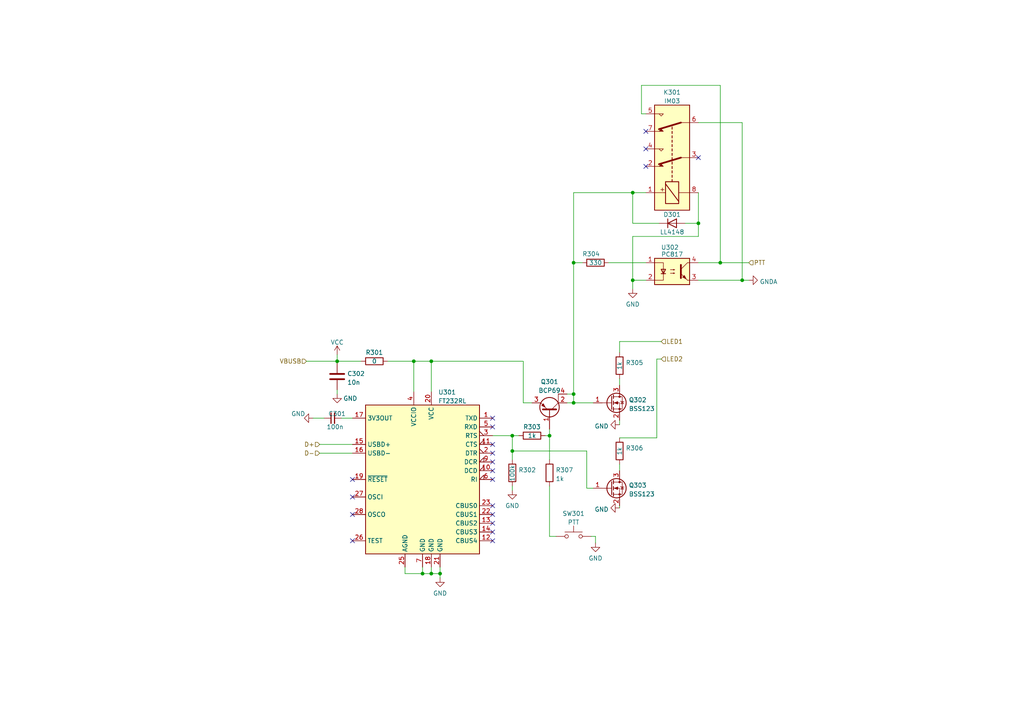
<source format=kicad_sch>
(kicad_sch (version 20211123) (generator eeschema)
  (paper "A4")
  (lib_symbols
    (symbol "Device:C" (pin_numbers hide) (pin_names (offset 0.254))
      (property "Reference" "C" (at 0.635 2.54 0))
      (property "Value" "C" (at 0.635 -2.54 0))
      (symbol "C_0_1"
        (polyline (pts (xy -2.032 -0.762) (xy 2.032 -0.762)) (stroke (width 0.508)))
        (polyline (pts (xy -2.032 0.762) (xy 2.032 0.762)) (stroke (width 0.508)))
      )
      (symbol "C_1_1"
        (pin passive line (at 0 3.81 270) (length 2.794) (name "~") (number "1"))
        (pin passive line (at 0 -3.81 90) (length 2.794) (name "~") (number "2"))
      )
    )
    (symbol "Device:C_Small" (pin_numbers hide) (pin_names (offset 0.254) hide)
      (property "Reference" "C" (at 0.254 1.778 0))
      (property "Value" "C_Small" (at 0.254 -2.032 0))
      (symbol "C_Small_0_1"
        (polyline (pts (xy -1.524 -0.508) (xy 1.524 -0.508)) (stroke (width 0.3302)))
        (polyline (pts (xy -1.524 0.508) (xy 1.524 0.508)) (stroke (width 0.3048)))
      )
      (symbol "C_Small_1_1"
        (pin passive line (at 0 2.54 270) (length 2.032) (name "~") (number "1"))
        (pin passive line (at 0 -2.54 90) (length 2.032) (name "~") (number "2"))
      )
    )
    (symbol "Device:Q_PNP_BCEC" (pin_names (offset 0) hide)
      (property "Reference" "Q" (at 5.08 1.27 0))
      (property "Value" "Q_PNP_BCEC" (at 5.08 -1.27 0))
      (symbol "Q_PNP_BCEC_0_1"
        (polyline (pts (xy 0.635 0.635) (xy 2.54 2.54)))
        (polyline (pts (xy 5.08 2.54) (xy 2.54 2.54)))
        (polyline (pts (xy 0.635 -0.635) (xy 2.54 -2.54) (xy 2.54 -2.54)))
        (polyline (pts (xy 0.635 1.905) (xy 0.635 -1.905) (xy 0.635 -1.905)) (stroke (width 0.508)))
        (polyline (pts (xy 2.286 -1.778) (xy 1.778 -2.286) (xy 1.27 -1.27) (xy 2.286 -1.778) (xy 2.286 -1.778)) (fill (type outline)))
        (circle (center 1.27 0) (radius 2.8194) (stroke (width 0.254)))
      )
      (symbol "Q_PNP_BCEC_1_1"
        (pin input line (at -5.08 0 0) (length 5.715) (name "B") (number "1"))
        (pin passive line (at 2.54 5.08 270) (length 2.54) (name "C") (number "2"))
        (pin passive line (at 2.54 -5.08 90) (length 2.54) (name "E") (number "3"))
        (pin passive line (at 5.08 5.08 270) (length 2.54) (name "C") (number "4"))
      )
    )
    (symbol "Device:R" (pin_numbers hide) (pin_names (offset 0))
      (property "Reference" "R" (at 2.032 0 90))
      (property "Value" "R" (at 0 0 90))
      (symbol "R_0_1"
        (rectangle (start -1.016 -2.54) (end 1.016 2.54) (stroke (width 0.254)))
      )
      (symbol "R_1_1"
        (pin passive line (at 0 3.81 270) (length 1.27) (name "~") (number "1"))
        (pin passive line (at 0 -3.81 90) (length 1.27) (name "~") (number "2"))
      )
    )
    (symbol "Diode:LL4148" (pin_numbers hide) (pin_names hide)
      (property "Reference" "D" (at 0 2.54 0))
      (property "Value" "LL4148" (at 0 -2.54 0))
      (symbol "LL4148_0_1"
        (polyline (pts (xy -1.27 1.27) (xy -1.27 -1.27)) (stroke (width 0.254)))
        (polyline (pts (xy 1.27 0) (xy -1.27 0)))
        (polyline (pts (xy 1.27 1.27) (xy 1.27 -1.27) (xy -1.27 0) (xy 1.27 1.27)) (stroke (width 0.254)))
      )
      (symbol "LL4148_1_1"
        (pin passive line (at -3.81 0 0) (length 2.54) (name "K") (number "1"))
        (pin passive line (at 3.81 0 180) (length 2.54) (name "A") (number "2"))
      )
    )
    (symbol "Interface_USB:FT232RL"
      (property "Reference" "U" (at -16.51 22.86 0))
      (property "Value" "FT232RL" (at 10.16 22.86 0))
      (symbol "FT232RL_0_1"
        (rectangle (start -16.51 21.59) (end 16.51 -21.59) (stroke (width 0.254)) (fill (type background)))
      )
      (symbol "FT232RL_1_1"
        (pin output line (at 20.32 17.78 180) (length 3.81) (name "TXD") (number "1"))
        (pin input input_low (at 20.32 2.54 180) (length 3.81) (name "DCD") (number "10"))
        (pin input input_low (at 20.32 10.16 180) (length 3.81) (name "CTS") (number "11"))
        (pin bidirectional line (at 20.32 -17.78 180) (length 3.81) (name "CBUS4") (number "12"))
        (pin bidirectional line (at 20.32 -12.7 180) (length 3.81) (name "CBUS2") (number "13"))
        (pin bidirectional line (at 20.32 -15.24 180) (length 3.81) (name "CBUS3") (number "14"))
        (pin bidirectional line (at -20.32 10.16 0) (length 3.81) (name "USBD+") (number "15"))
        (pin bidirectional line (at -20.32 7.62 0) (length 3.81) (name "USBD-") (number "16"))
        (pin power_out line (at -20.32 17.78 0) (length 3.81) (name "3V3OUT") (number "17"))
        (pin power_in line (at 2.54 -25.4 90) (length 3.81) (name "GND") (number "18"))
        (pin input line (at -20.32 0 0) (length 3.81) (name "~{RESET}") (number "19"))
        (pin output output_low (at 20.32 7.62 180) (length 3.81) (name "DTR") (number "2"))
        (pin power_in line (at 2.54 25.4 270) (length 3.81) (name "VCC") (number "20"))
        (pin power_in line (at 5.08 -25.4 90) (length 3.81) (name "GND") (number "21"))
        (pin bidirectional line (at 20.32 -10.16 180) (length 3.81) (name "CBUS1") (number "22"))
        (pin bidirectional line (at 20.32 -7.62 180) (length 3.81) (name "CBUS0") (number "23"))
        (pin power_in line (at -5.08 -25.4 90) (length 3.81) (name "AGND") (number "25"))
        (pin input line (at -20.32 -17.78 0) (length 3.81) (name "TEST") (number "26"))
        (pin input line (at -20.32 -5.08 0) (length 3.81) (name "OSCI") (number "27"))
        (pin output line (at -20.32 -10.16 0) (length 3.81) (name "OSCO") (number "28"))
        (pin output output_low (at 20.32 12.7 180) (length 3.81) (name "RTS") (number "3"))
        (pin power_in line (at -2.54 25.4 270) (length 3.81) (name "VCCIO") (number "4"))
        (pin input line (at 20.32 15.24 180) (length 3.81) (name "RXD") (number "5"))
        (pin input input_low (at 20.32 0 180) (length 3.81) (name "RI") (number "6"))
        (pin power_in line (at 0 -25.4 90) (length 3.81) (name "GND") (number "7"))
        (pin input input_low (at 20.32 5.08 180) (length 3.81) (name "DCR") (number "9"))
      )
    )
    (symbol "Isolator:PC817" (pin_names (offset 1.016))
      (property "Reference" "U" (at -5.08 5.08 0))
      (property "Value" "PC817" (at 0 5.08 0))
      (symbol "PC817_0_1"
        (rectangle (start -5.08 3.81) (end 5.08 -3.81) (stroke (width 0.254)) (fill (type background)))
        (polyline (pts (xy -3.175 -0.635) (xy -1.905 -0.635)) (stroke (width 0.254)))
        (polyline (pts (xy 2.54 0.635) (xy 4.445 2.54)))
        (polyline (pts (xy 4.445 -2.54) (xy 2.54 -0.635)) (fill (type outline)))
        (polyline (pts (xy 4.445 -2.54) (xy 5.08 -2.54)))
        (polyline (pts (xy 4.445 2.54) (xy 5.08 2.54)))
        (polyline (pts (xy -5.08 2.54) (xy -2.54 2.54) (xy -2.54 -0.635)))
        (polyline (pts (xy -2.54 -0.635) (xy -2.54 -2.54) (xy -5.08 -2.54)))
        (polyline (pts (xy 2.54 1.905) (xy 2.54 -1.905) (xy 2.54 -1.905)) (stroke (width 0.508)))
        (polyline (pts (xy -2.54 -0.635) (xy -3.175 0.635) (xy -1.905 0.635) (xy -2.54 -0.635)) (stroke (width 0.254)))
        (polyline (pts (xy -0.508 -0.508) (xy 0.762 -0.508) (xy 0.381 -0.635) (xy 0.381 -0.381) (xy 0.762 -0.508)))
        (polyline (pts (xy -0.508 0.508) (xy 0.762 0.508) (xy 0.381 0.381) (xy 0.381 0.635) (xy 0.762 0.508)))
        (polyline (pts (xy 3.048 -1.651) (xy 3.556 -1.143) (xy 4.064 -2.159) (xy 3.048 -1.651) (xy 3.048 -1.651)) (fill (type outline)))
      )
      (symbol "PC817_1_1"
        (pin passive line (at -7.62 2.54 0) (length 2.54) (name "~") (number "1"))
        (pin passive line (at -7.62 -2.54 0) (length 2.54) (name "~") (number "2"))
        (pin passive line (at 7.62 -2.54 180) (length 2.54) (name "~") (number "3"))
        (pin passive line (at 7.62 2.54 180) (length 2.54) (name "~") (number "4"))
      )
    )
    (symbol "Relay:IM03"
      (property "Reference" "K" (at 16.51 3.81 0))
      (property "Value" "IM03" (at 16.51 1.27 0))
      (symbol "IM03_0_0"
        (text "+" (at -9.271 2.921 0) (effects (font (size 1.27 1.27))))
      )
      (symbol "IM03_0_1"
        (rectangle (start -15.24 5.08) (end 15.24 -5.08) (stroke (width 0.254)) (fill (type background)))
        (rectangle (start -13.335 1.905) (end -6.985 -1.905) (stroke (width 0.254)))
        (polyline (pts (xy -12.7 -1.905) (xy -7.62 1.905)) (stroke (width 0.254)))
        (polyline (pts (xy -10.16 -5.08) (xy -10.16 -1.905)))
        (polyline (pts (xy -10.16 5.08) (xy -10.16 1.905)))
        (polyline (pts (xy -6.985 0) (xy -6.35 0)) (stroke (width 0.254)))
        (polyline (pts (xy -5.715 0) (xy -5.08 0)) (stroke (width 0.254)))
        (polyline (pts (xy -4.445 0) (xy -3.81 0)) (stroke (width 0.254)))
        (polyline (pts (xy -3.175 0) (xy -2.54 0)) (stroke (width 0.254)))
        (polyline (pts (xy -1.905 0) (xy -1.27 0)) (stroke (width 0.254)))
        (polyline (pts (xy -0.635 0) (xy 0 0)) (stroke (width 0.254)))
        (polyline (pts (xy 0 -2.54) (xy -1.905 3.81)) (stroke (width 0.508)))
        (polyline (pts (xy 0 -2.54) (xy 0 -5.08)))
        (polyline (pts (xy 0.635 0) (xy 1.27 0)) (stroke (width 0.254)))
        (polyline (pts (xy 1.905 0) (xy 2.54 0)) (stroke (width 0.254)))
        (polyline (pts (xy 3.175 0) (xy 3.81 0)) (stroke (width 0.254)))
        (polyline (pts (xy 4.445 0) (xy 5.08 0)) (stroke (width 0.254)))
        (polyline (pts (xy 5.715 0) (xy 6.35 0)) (stroke (width 0.254)))
        (polyline (pts (xy 6.985 0) (xy 7.62 0)) (stroke (width 0.254)))
        (polyline (pts (xy 8.255 0) (xy 8.89 0)) (stroke (width 0.254)))
        (polyline (pts (xy 10.16 -2.54) (xy 8.255 3.81)) (stroke (width 0.508)))
        (polyline (pts (xy 10.16 -2.54) (xy 10.16 -5.08)))
        (polyline (pts (xy -2.54 5.08) (xy -2.54 2.54) (xy -1.905 3.175) (xy -2.54 3.81)) (fill (type outline)))
        (polyline (pts (xy 2.54 5.08) (xy 2.54 2.54) (xy 1.905 3.175) (xy 2.54 3.81)))
        (polyline (pts (xy 7.62 5.08) (xy 7.62 2.54) (xy 8.255 3.175) (xy 7.62 3.81)) (fill (type outline)))
        (polyline (pts (xy 12.7 5.08) (xy 12.7 2.54) (xy 12.065 3.175) (xy 12.7 3.81)))
      )
      (symbol "IM03_1_1"
        (pin passive line (at -10.16 7.62 270) (length 2.54) (name "~") (number "1"))
        (pin passive line (at -2.54 7.62 270) (length 2.54) (name "~") (number "2"))
        (pin passive line (at 0 -7.62 90) (length 2.54) (name "~") (number "3"))
        (pin passive line (at 2.54 7.62 270) (length 2.54) (name "~") (number "4"))
        (pin passive line (at 12.7 7.62 270) (length 2.54) (name "~") (number "5"))
        (pin passive line (at 10.16 -7.62 90) (length 2.54) (name "~") (number "6"))
        (pin passive line (at 7.62 7.62 270) (length 2.54) (name "~") (number "7"))
        (pin passive line (at -10.16 -7.62 90) (length 2.54) (name "~") (number "8"))
      )
    )
    (symbol "Switch:SW_Push" (pin_numbers hide) (pin_names (offset 1.016) hide)
      (property "Reference" "SW" (at 1.27 2.54 0))
      (property "Value" "SW_Push" (at 0 -1.524 0))
      (symbol "SW_Push_0_1"
        (circle (center -2.032 0) (radius 0.508))
        (polyline (pts (xy 0 1.27) (xy 0 3.048)))
        (polyline (pts (xy 2.54 1.27) (xy -2.54 1.27)))
        (circle (center 2.032 0) (radius 0.508))
        (pin passive line (at -5.08 0 0) (length 2.54) (name "1") (number "1"))
        (pin passive line (at 5.08 0 180) (length 2.54) (name "2") (number "2"))
      )
    )
    (symbol "Transistor_FET:BSS123" (pin_names hide)
      (property "Reference" "Q" (at 5.08 1.905 0))
      (property "Value" "BSS123" (at 5.08 0 0))
      (symbol "BSS123_0_1"
        (polyline (pts (xy 0.254 0) (xy -2.54 0)))
        (polyline (pts (xy 0.254 1.905) (xy 0.254 -1.905)) (stroke (width 0.254)))
        (polyline (pts (xy 0.762 -1.27) (xy 0.762 -2.286)) (stroke (width 0.254)))
        (polyline (pts (xy 0.762 0.508) (xy 0.762 -0.508)) (stroke (width 0.254)))
        (polyline (pts (xy 0.762 2.286) (xy 0.762 1.27)) (stroke (width 0.254)))
        (polyline (pts (xy 2.54 2.54) (xy 2.54 1.778)))
        (polyline (pts (xy 2.54 -2.54) (xy 2.54 0) (xy 0.762 0)))
        (polyline (pts (xy 0.762 -1.778) (xy 3.302 -1.778) (xy 3.302 1.778) (xy 0.762 1.778)))
        (polyline (pts (xy 1.016 0) (xy 2.032 0.381) (xy 2.032 -0.381) (xy 1.016 0)) (fill (type outline)))
        (polyline (pts (xy 2.794 0.508) (xy 2.921 0.381) (xy 3.683 0.381) (xy 3.81 0.254)))
        (polyline (pts (xy 3.302 0.381) (xy 2.921 -0.254) (xy 3.683 -0.254) (xy 3.302 0.381)))
        (circle (center 1.651 0) (radius 2.794) (stroke (width 0.254)))
        (circle (center 2.54 -1.778) (radius 0.254) (fill (type outline)))
        (circle (center 2.54 1.778) (radius 0.254) (fill (type outline)))
      )
      (symbol "BSS123_1_1"
        (pin input line (at -5.08 0 0) (length 2.54) (name "G") (number "1"))
        (pin passive line (at 2.54 -5.08 90) (length 2.54) (name "S") (number "2"))
        (pin passive line (at 2.54 5.08 270) (length 2.54) (name "D") (number "3"))
      )
    )
    (symbol "power:GND" (power) (pin_names (offset 0))
      (property "Value" "GND" (at 0 -3.81 0))
      (symbol "GND_0_1"
        (polyline (pts (xy 0 0) (xy 0 -1.27) (xy 1.27 -1.27) (xy 0 -2.54) (xy -1.27 -1.27) (xy 0 -1.27)))
      )
      (symbol "GND_1_1"
        (pin power_in line (at 0 0 270) (length 0) hide (name "GND") (number "1"))
      )
    )
    (symbol "power:GNDA" (power) (pin_names (offset 0))
      (property "Value" "GNDA" (at 0 -3.81 0))
      (symbol "GNDA_0_1"
        (polyline (pts (xy 0 0) (xy 0 -1.27) (xy 1.27 -1.27) (xy 0 -2.54) (xy -1.27 -1.27) (xy 0 -1.27)))
      )
      (symbol "GNDA_1_1"
        (pin power_in line (at 0 0 270) (length 0) hide (name "GNDA") (number "1"))
      )
    )
    (symbol "power:VCC" (power) (pin_names (offset 0))
      (property "Value" "VCC" (at 0 3.81 0))
      (symbol "VCC_0_1"
        (polyline (pts (xy -0.762 1.27) (xy 0 2.54)))
        (polyline (pts (xy 0 0) (xy 0 2.54)))
        (polyline (pts (xy 0 2.54) (xy 0.762 1.27)))
      )
      (symbol "VCC_1_1"
        (pin power_in line (at 0 0 90) (length 0) hide (name "VCC") (number "1"))
      )
    )
  )
  (junction (at 122.555 166.37))
  (junction (at 166.37 116.84))
  (junction (at 166.37 76.2))
  (junction (at 159.385 126.365))
  (junction (at 127.635 166.37))
  (junction (at 148.59 130.81))
  (junction (at 125.095 166.37))
  (junction (at 208.915 76.2))
  (junction (at 202.565 64.77))
  (junction (at 125.095 104.775))
  (junction (at 120.015 104.775))
  (junction (at 183.515 55.88))
  (junction (at 166.37 114.3))
  (junction (at 183.515 81.28))
  (junction (at 148.59 126.365))
  (junction (at 215.265 81.28))
  (junction (at 97.79 104.775))
  (no_connect (at 142.875 146.685))
  (no_connect (at 142.875 128.905))
  (no_connect (at 187.325 43.18))
  (no_connect (at 142.875 139.065))
  (no_connect (at 187.325 48.26))
  (no_connect (at 102.235 144.145))
  (no_connect (at 202.565 45.72))
  (no_connect (at 142.875 151.765))
  (no_connect (at 142.875 156.845))
  (no_connect (at 142.875 131.445))
  (no_connect (at 187.325 38.1))
  (no_connect (at 102.235 156.845))
  (no_connect (at 142.875 121.285))
  (no_connect (at 102.235 149.225))
  (no_connect (at 142.875 136.525))
  (no_connect (at 142.875 123.825))
  (no_connect (at 142.875 133.985))
  (no_connect (at 142.875 154.305))
  (no_connect (at 102.235 139.065))
  (no_connect (at 142.875 149.225))
  (wire (pts (xy 125.095 104.775) (xy 125.095 113.665)))
  (wire (pts (xy 170.18 130.81) (xy 170.18 141.605)))
  (wire (pts (xy 172.72 155.575) (xy 172.72 157.48)))
  (wire (pts (xy 179.705 134.62) (xy 179.705 136.525)))
  (wire (pts (xy 117.475 164.465) (xy 117.475 166.37)))
  (wire (pts (xy 202.565 64.77) (xy 202.565 68.58)))
  (wire (pts (xy 122.555 164.465) (xy 122.555 166.37)))
  (wire (pts (xy 148.59 130.81) (xy 148.59 133.35)))
  (wire (pts (xy 183.515 64.77) (xy 183.515 55.88)))
  (wire (pts (xy 127.635 166.37) (xy 127.635 167.64)))
  (wire (pts (xy 97.79 104.775) (xy 104.775 104.775)))
  (wire (pts (xy 127.635 164.465) (xy 127.635 166.37)))
  (wire (pts (xy 179.705 121.92) (xy 179.705 123.19)))
  (wire (pts (xy 190.5 127) (xy 179.705 127)))
  (wire (pts (xy 202.565 55.88) (xy 202.565 64.77)))
  (wire (pts (xy 151.765 104.775) (xy 151.765 116.84)))
  (wire (pts (xy 166.37 76.2) (xy 166.37 114.3)))
  (wire (pts (xy 208.915 24.765) (xy 186.055 24.765)))
  (wire (pts (xy 179.705 99.06) (xy 179.705 102.235)))
  (wire (pts (xy 208.915 24.765) (xy 208.915 76.2)))
  (wire (pts (xy 183.515 55.88) (xy 187.325 55.88)))
  (wire (pts (xy 122.555 166.37) (xy 125.095 166.37)))
  (wire (pts (xy 97.79 113.03) (xy 97.79 114.3)))
  (wire (pts (xy 170.18 141.605) (xy 172.085 141.605)))
  (wire (pts (xy 92.71 131.445) (xy 102.235 131.445)))
  (wire (pts (xy 179.705 109.855) (xy 179.705 111.76)))
  (wire (pts (xy 190.5 104.14) (xy 190.5 127)))
  (wire (pts (xy 88.9 104.775) (xy 97.79 104.775)))
  (wire (pts (xy 151.765 116.84) (xy 154.305 116.84)))
  (wire (pts (xy 183.515 68.58) (xy 183.515 81.28)))
  (wire (pts (xy 166.37 55.88) (xy 166.37 76.2)))
  (wire (pts (xy 202.565 35.56) (xy 215.265 35.56)))
  (wire (pts (xy 120.015 104.775) (xy 125.095 104.775)))
  (wire (pts (xy 202.565 81.28) (xy 215.265 81.28)))
  (wire (pts (xy 186.055 33.02) (xy 187.325 33.02)))
  (wire (pts (xy 171.45 155.575) (xy 172.72 155.575)))
  (wire (pts (xy 159.385 155.575) (xy 161.29 155.575)))
  (wire (pts (xy 125.095 166.37) (xy 127.635 166.37)))
  (wire (pts (xy 112.395 104.775) (xy 120.015 104.775)))
  (wire (pts (xy 99.06 121.285) (xy 102.235 121.285)))
  (wire (pts (xy 215.265 81.28) (xy 217.17 81.28)))
  (wire (pts (xy 202.565 68.58) (xy 183.515 68.58)))
  (wire (pts (xy 191.77 99.06) (xy 179.705 99.06)))
  (wire (pts (xy 159.385 124.46) (xy 159.385 126.365)))
  (wire (pts (xy 183.515 81.28) (xy 183.515 83.82)))
  (wire (pts (xy 208.915 76.2) (xy 202.565 76.2)))
  (wire (pts (xy 159.385 126.365) (xy 159.385 133.35)))
  (wire (pts (xy 148.59 140.97) (xy 148.59 142.24)))
  (wire (pts (xy 186.055 24.765) (xy 186.055 33.02)))
  (wire (pts (xy 148.59 126.365) (xy 148.59 130.81)))
  (wire (pts (xy 90.805 121.285) (xy 93.98 121.285)))
  (wire (pts (xy 148.59 130.81) (xy 170.18 130.81)))
  (wire (pts (xy 125.095 164.465) (xy 125.095 166.37)))
  (wire (pts (xy 97.79 104.775) (xy 97.79 105.41)))
  (wire (pts (xy 176.53 76.2) (xy 187.325 76.2)))
  (wire (pts (xy 166.37 55.88) (xy 183.515 55.88)))
  (wire (pts (xy 150.495 126.365) (xy 148.59 126.365)))
  (wire (pts (xy 166.37 116.84) (xy 172.085 116.84)))
  (wire (pts (xy 164.465 114.3) (xy 166.37 114.3)))
  (wire (pts (xy 191.77 104.14) (xy 190.5 104.14)))
  (wire (pts (xy 198.755 64.77) (xy 202.565 64.77)))
  (wire (pts (xy 159.385 140.97) (xy 159.385 155.575)))
  (wire (pts (xy 120.015 104.775) (xy 120.015 113.665)))
  (wire (pts (xy 164.465 116.84) (xy 166.37 116.84)))
  (wire (pts (xy 142.875 126.365) (xy 148.59 126.365)))
  (wire (pts (xy 166.37 114.3) (xy 166.37 116.84)))
  (wire (pts (xy 92.71 128.905) (xy 102.235 128.905)))
  (wire (pts (xy 183.515 81.28) (xy 187.325 81.28)))
  (wire (pts (xy 191.135 64.77) (xy 183.515 64.77)))
  (wire (pts (xy 208.915 76.2) (xy 217.17 76.2)))
  (wire (pts (xy 215.265 35.56) (xy 215.265 81.28)))
  (wire (pts (xy 179.705 146.685) (xy 179.705 147.32)))
  (wire (pts (xy 97.79 102.87) (xy 97.79 104.775)))
  (wire (pts (xy 166.37 76.2) (xy 168.91 76.2)))
  (wire (pts (xy 159.385 126.365) (xy 158.115 126.365)))
  (wire (pts (xy 125.095 104.775) (xy 151.765 104.775)))
  (wire (pts (xy 117.475 166.37) (xy 122.555 166.37)))
  (hierarchical_label "PTT" (shape input) (at 217.17 76.2 0))
  (hierarchical_label "D-" (shape input) (at 92.71 131.445 180))
  (hierarchical_label "LED1" (shape input) (at 191.77 99.06 0))
  (hierarchical_label "LED2" (shape input) (at 191.77 104.14 0))
  (hierarchical_label "D+" (shape input) (at 92.71 128.905 180))
  (hierarchical_label "VBUSB" (shape input) (at 88.9 104.775 180))
  (symbol (lib_id "Relay:IM03") (at 194.945 45.72 90) (unit 1)
    (property "Reference" "K301" (at 194.945 26.7802 90))
    (property "Value" "IM03" (at 194.945 29.3171 90))
    (property "Footprint" "Relay_SMD:Relay_2P2T_10x6mm_TE_IMxxG" (effects hide))
    (property "Datasheet" "http://www.te.com/commerce/DocumentDelivery/DDEController?Action=srchrtrv&DocNm=108-98001&DocType=SS&DocLang=EN" (effects hide))
  )
  (symbol (lib_id "power:GND") (at 127.635 167.64 0) (unit 1)
    (property "Reference" "#PWR0304" (effects hide))
    (property "Value" "GND" (at 127.635 172.0834 0))
  )
  (symbol (lib_id "Device:C") (at 97.79 109.22 0) (unit 1)
    (property "Reference" "C302" (at 100.711 108.3853 0) (effects (justify left)))
    (property "Value" "10n" (at 100.711 110.9222 0) (effects (justify left)))
    (property "Footprint" "Capacitor_SMD:C_0603_1608Metric" (effects hide))
  )
  (symbol (lib_id "Transistor_FET:BSS123") (at 177.165 141.605 0) (unit 1)
    (property "Reference" "Q303" (at 182.372 140.7703 0) (effects (justify left)))
    (property "Value" "BSS123" (at 182.372 143.3072 0) (effects (justify left)))
    (property "Footprint" "Package_TO_SOT_SMD:SOT-23" (effects hide))
    (property "Datasheet" "http://www.diodes.com/assets/Datasheets/ds30366.pdf" (effects hide))
  )
  (symbol (lib_id "Device:R") (at 179.705 130.81 0) (unit 1)
    (property "Reference" "R306" (at 181.483 129.9753 0) (effects (justify left)))
    (property "Value" "1k" (at 179.705 132.08 90) (effects (justify left)))
    (property "Footprint" "Resistor_SMD:R_0603_1608Metric" (effects hide))
  )
  (symbol (lib_id "power:GND") (at 172.72 157.48 0) (unit 1)
    (property "Reference" "#PWR0310" (effects hide))
    (property "Value" "GND" (at 172.72 161.9234 0))
  )
  (symbol (lib_id "Device:Q_PNP_BCEC") (at 159.385 119.38 270) (mirror x) (unit 1)
    (property "Reference" "Q301" (at 159.385 110.7272 90))
    (property "Value" "BCP69" (at 159.385 113.2641 90))
    (property "Footprint" "Package_TO_SOT_SMD:SOT-223" (effects hide))
  )
  (symbol (lib_id "power:GND") (at 97.79 114.3 0) (unit 1)
    (property "Reference" "#PWR0303" (effects hide))
    (property "Value" "GND" (at 101.6 115.57 0))
  )
  (symbol (lib_id "power:GND") (at 179.705 147.32 270) (unit 1)
    (property "Reference" "#PWR0307" (effects hide))
    (property "Value" "GND" (at 176.5301 147.7538 90) (effects (justify right)))
  )
  (symbol (lib_id "Device:C_Small") (at 96.52 121.285 90) (unit 1)
    (property "Reference" "C301" (at 100.33 120.015 90) (effects (justify left)))
    (property "Value" "100n" (at 99.695 123.825 90) (effects (justify left)))
    (property "Footprint" "Capacitor_SMD:C_0603_1608Metric" (effects hide))
  )
  (symbol (lib_id "Interface_USB:FT232RL") (at 122.555 139.065 0) (unit 1)
    (property "Reference" "U301" (at 127.1144 113.7752 0) (effects (justify left)))
    (property "Value" "FT232RL" (at 127.1144 116.3121 0) (effects (justify left)))
    (property "Footprint" "Package_SO:SSOP-28_5.3x10.2mm_P0.65mm" (effects hide))
    (property "Datasheet" "https://www.ftdichip.com/Support/Documents/DataSheets/ICs/DS_FT232R.pdf" (effects hide))
  )
  (symbol (lib_id "power:GND") (at 183.515 83.82 0) (unit 1)
    (property "Reference" "#PWR0308" (effects hide))
    (property "Value" "GND" (at 183.515 88.2634 0))
  )
  (symbol (lib_id "Device:R") (at 148.59 137.16 0) (unit 1)
    (property "Reference" "R302" (at 150.368 136.3253 0) (effects (justify left)))
    (property "Value" "100k" (at 148.59 139.7 90) (effects (justify left)))
    (property "Footprint" "Resistor_SMD:R_0603_1608Metric" (effects hide))
  )
  (symbol (lib_id "Device:R") (at 154.305 126.365 90) (unit 1)
    (property "Reference" "R303" (at 154.305 123.825 90))
    (property "Value" "1k" (at 154.305 126.365 90))
    (property "Footprint" "Resistor_SMD:R_0603_1608Metric" (effects hide))
  )
  (symbol (lib_id "Device:R") (at 172.72 76.2 90) (unit 1)
    (property "Reference" "R304" (at 171.45 73.66 90))
    (property "Value" "330" (at 172.72 76.2 90))
    (property "Footprint" "Resistor_SMD:R_0603_1608Metric" (effects hide))
  )
  (symbol (lib_id "power:GND") (at 148.59 142.24 0) (unit 1)
    (property "Reference" "#PWR0305" (effects hide))
    (property "Value" "GND" (at 148.59 146.6834 0))
  )
  (symbol (lib_id "Device:R") (at 159.385 137.16 180) (unit 1)
    (property "Reference" "R307" (at 161.163 136.3253 0) (effects (justify right)))
    (property "Value" "1k" (at 161.163 138.8622 0) (effects (justify right)))
    (property "Footprint" "Resistor_SMD:R_0603_1608Metric" (effects hide))
  )
  (symbol (lib_id "Device:R") (at 108.585 104.775 90) (unit 1)
    (property "Reference" "R301" (at 108.585 102.235 90))
    (property "Value" "0" (at 108.585 104.775 90))
    (property "Footprint" "Resistor_SMD:R_1206_3216Metric" (effects hide))
  )
  (symbol (lib_id "power:VCC") (at 97.79 102.87 0) (unit 1)
    (property "Reference" "#PWR0302" (effects hide))
    (property "Value" "VCC" (at 97.79 99.2942 0))
  )
  (symbol (lib_id "Diode:LL4148") (at 194.945 64.77 0) (unit 1)
    (property "Reference" "D301" (at 194.945 62.23 0))
    (property "Value" "LL4148" (at 194.945 67.31 0))
    (property "Footprint" "Diode_SMD:D_MiniMELF" (effects hide))
    (property "Datasheet" "http://www.vishay.com/docs/85557/ll4148.pdf" (effects hide))
  )
  (symbol (lib_id "power:GND") (at 179.705 123.19 270) (unit 1)
    (property "Reference" "#PWR0306" (effects hide))
    (property "Value" "GND" (at 176.5301 123.6238 90) (effects (justify right)))
  )
  (symbol (lib_id "power:GNDA") (at 217.17 81.28 90) (unit 1)
    (property "Reference" "#PWR0309" (effects hide))
    (property "Value" "GNDA" (at 220.345 81.7138 90) (effects (justify right)))
  )
  (symbol (lib_id "Switch:SW_Push") (at 166.37 155.575 0) (unit 1)
    (property "Reference" "SW301" (at 166.37 148.9542 0))
    (property "Value" "PTT" (at 166.37 151.4911 0))
    (property "Footprint" "Button_Switch_THT:SW_SPST_Omron_B3F-315x_Angled" (effects hide))
  )
  (symbol (lib_id "power:GND") (at 90.805 121.285 270) (unit 1)
    (property "Reference" "#PWR0301" (effects hide))
    (property "Value" "GND" (at 84.455 120.015 90) (effects (justify left)))
  )
  (symbol (lib_id "Device:R") (at 179.705 106.045 0) (unit 1)
    (property "Reference" "R305" (at 181.483 105.2103 0) (effects (justify left)))
    (property "Value" "1k" (at 179.705 107.315 90) (effects (justify left)))
    (property "Footprint" "Resistor_SMD:R_0603_1608Metric" (effects hide))
  )
  (symbol (lib_id "Transistor_FET:BSS123") (at 177.165 116.84 0) (unit 1)
    (property "Reference" "Q302" (at 182.372 116.0053 0) (effects (justify left)))
    (property "Value" "BSS123" (at 182.372 118.5422 0) (effects (justify left)))
    (property "Footprint" "Package_TO_SOT_SMD:SOT-23" (effects hide))
    (property "Datasheet" "http://www.diodes.com/assets/Datasheets/ds30366.pdf" (effects hide))
  )
  (symbol (lib_id "Isolator:PC817") (at 194.945 78.74 0) (unit 1)
    (property "Reference" "U302" (at 194.31 71.755 0))
    (property "Value" "PC817" (at 194.945 73.7671 0))
    (property "Footprint" "Package_DIP:DIP-4_W7.62mm" (effects hide))
    (property "Datasheet" "http://www.soselectronic.cz/a_info/resource/d/pc817.pdf" (effects hide))
  )
)
</source>
